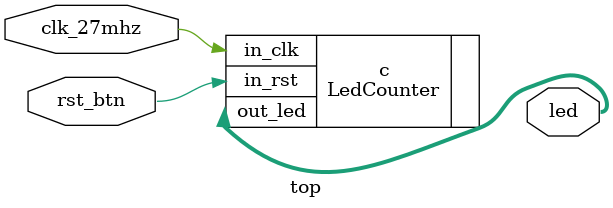
<source format=sv>


//     output                  lcd_de, /* drive enable */
//     output                  hsync,
//     output                  vsync,

//     output          [4:0]   b,
//     output          [5:0]   g,
//     output          [4:0]   r
// );

// localparam      pixel_width   = 16'd800;
// localparam      pixel_height  = 16'd480;

// localparam      V_BackPorch = 16'd6; //0 or 45
// localparam      V_Pluse   = 16'd5; 
// localparam      V_FrontPorch= 16'd62; //45 or 0

// localparam      H_BackPorch = 16'd182;  
// localparam      H_Pluse   = 16'd1; 
// localparam      H_FrontPorch= 16'd210;

// localparam      PixelForHS  =   WidthPixel + H_BackPorch + H_FrontPorch;    
// localparam      LineForVS   =   HightPixel + V_BackPorch + V_FrontPorch;


// endmodule


module top
(
    input  wire clk_27mhz,
    input  wire rst_btn,
    output wire [5:0] led
);

//assign led = ~6'b011000;

LedCounter #(
    .WAIT_TIME(5048576)
  )
c (
  .in_rst(rst_btn),
  .in_clk(clk_27mhz),
  .out_led(led)
);

endmodule

</source>
